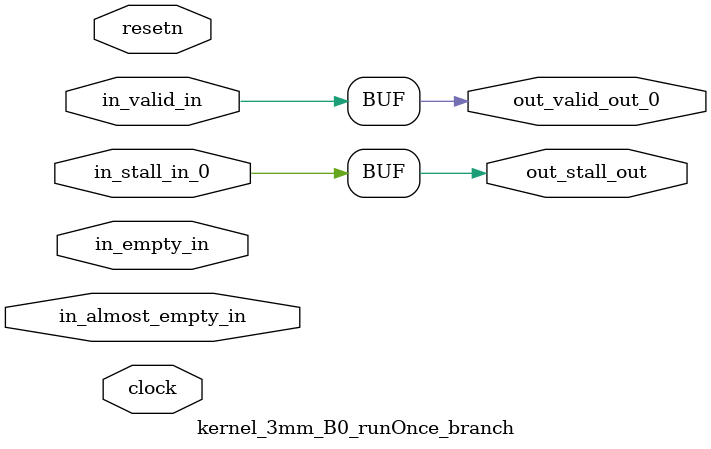
<source format=sv>



(* altera_attribute = "-name AUTO_SHIFT_REGISTER_RECOGNITION OFF; -name MESSAGE_DISABLE 10036; -name MESSAGE_DISABLE 10037; -name MESSAGE_DISABLE 14130; -name MESSAGE_DISABLE 14320; -name MESSAGE_DISABLE 15400; -name MESSAGE_DISABLE 14130; -name MESSAGE_DISABLE 10036; -name MESSAGE_DISABLE 12020; -name MESSAGE_DISABLE 12030; -name MESSAGE_DISABLE 12010; -name MESSAGE_DISABLE 12110; -name MESSAGE_DISABLE 14320; -name MESSAGE_DISABLE 13410; -name MESSAGE_DISABLE 113007; -name MESSAGE_DISABLE 10958" *)
module kernel_3mm_B0_runOnce_branch (
    input wire [0:0] in_almost_empty_in,
    input wire [0:0] in_empty_in,
    input wire [0:0] in_stall_in_0,
    input wire [0:0] in_valid_in,
    output wire [0:0] out_stall_out,
    output wire [0:0] out_valid_out_0,
    input wire clock,
    input wire resetn
    );

    reg [0:0] rst_sync_rst_sclrn;


    // out_stall_out(GPOUT,6)
    assign out_stall_out = in_stall_in_0;

    // out_valid_out_0(GPOUT,7)
    assign out_valid_out_0 = in_valid_in;

    // rst_sync(RESETSYNC,8)
    acl_reset_handler #(
        .ASYNC_RESET(0),
        .USE_SYNCHRONIZER(1),
        .PULSE_EXTENSION(0),
        .PIPE_DEPTH(3),
        .DUPLICATE(1)
    ) therst_sync (
        .clk(clock),
        .i_resetn(resetn),
        .o_sclrn(rst_sync_rst_sclrn)
    );

endmodule

</source>
